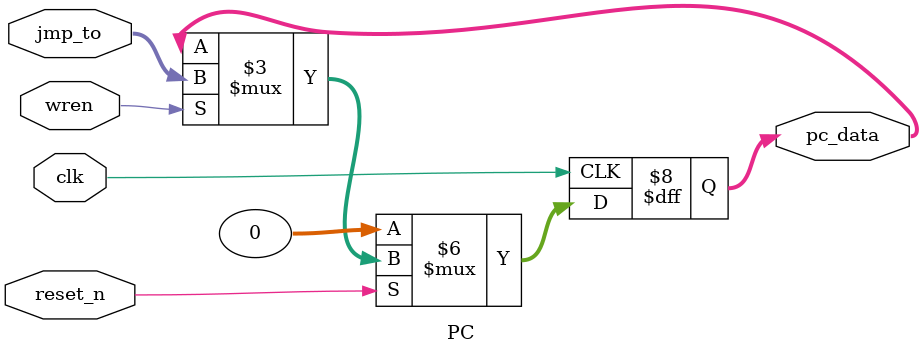
<source format=v>
module STAGE_REG_FD(
    input reset_n,
    input clk,
    input wren,
    input [31:0] in_ins,
    input [31:0] in_next_pc,
    output reg [31:0] ins,
    output reg [31:0] next_pc
);

always @(posedge clk) begin
    if(!reset_n) begin
        ins <= 0;
        next_pc <= 0;
    end
    else if(wren) begin
        ins <= in_ins;
        next_pc <= in_next_pc;
    end
end

endmodule


module PC(
    input reset_n,
    input clk,
    input wren,
    input [31:0] jmp_to,
    output reg [31:0] pc_data
);
always @(posedge clk) begin
    if(!reset_n) begin
        pc_data <= 0;
    end
    else if(wren) begin
        pc_data <= jmp_to;
    end
end


endmodule

</source>
